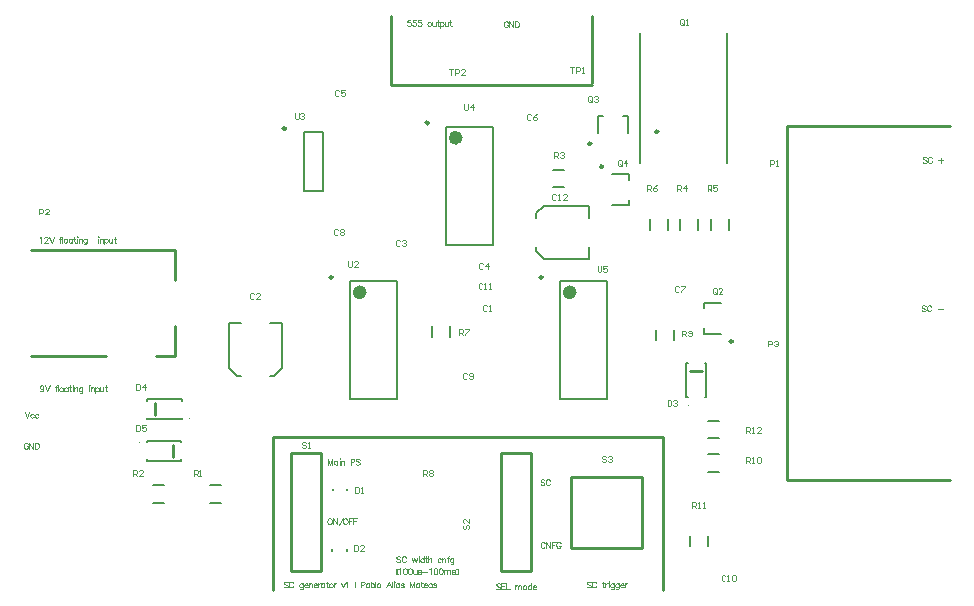
<source format=gto>
G04 Layer_Color=65535*
%FSLAX25Y25*%
%MOIN*%
G70*
G01*
G75*
%ADD36C,0.01000*%
%ADD48C,0.00394*%
%ADD49C,0.02362*%
%ADD50C,0.00984*%
%ADD51C,0.00787*%
D36*
X162500Y8957D02*
X172343D01*
X162500Y48327D02*
X172343D01*
X162500Y8957D02*
Y48327D01*
X172500Y8957D02*
Y48327D01*
X47406Y60964D02*
Y64964D01*
X225658Y75736D02*
X229658D01*
X92716Y48327D02*
X102559D01*
X92716Y8957D02*
X102559D01*
Y48327D01*
X92559Y8957D02*
Y48327D01*
X209528Y16886D02*
Y40508D01*
X185906Y16886D02*
Y40508D01*
X209528D01*
X185906Y16886D02*
X209528D01*
X86614Y2756D02*
Y53839D01*
X216535D01*
Y2756D02*
Y53839D01*
X257874Y39370D02*
X312205D01*
X257874D02*
Y157480D01*
X312205D01*
X125984Y171260D02*
X192913D01*
Y171850D02*
Y194095D01*
X125984Y171260D02*
Y194095D01*
X53394Y47213D02*
Y51213D01*
X6102Y116142D02*
X53839D01*
X6102Y80709D02*
X30807D01*
X53839Y106201D02*
Y116142D01*
Y80709D02*
Y90650D01*
X47736Y80709D02*
X53839D01*
D48*
X59068Y60110D02*
G03*
X59068Y60110I-197J0D01*
G01*
X225000Y64272D02*
G03*
X225000Y64272I-197J0D01*
G01*
X42126Y52067D02*
G03*
X42126Y52067I-197J0D01*
G01*
X129068Y13716D02*
X128881Y13903D01*
X128599Y13997D01*
X128225D01*
X127943Y13903D01*
X127756Y13716D01*
Y13528D01*
X127850Y13341D01*
X127943Y13247D01*
X128131Y13153D01*
X128693Y12966D01*
X128881Y12872D01*
X128974Y12778D01*
X129068Y12591D01*
Y12310D01*
X128881Y12122D01*
X128599Y12029D01*
X128225D01*
X127943Y12122D01*
X127756Y12310D01*
X130914Y13528D02*
X130821Y13716D01*
X130633Y13903D01*
X130446Y13997D01*
X130071D01*
X129883Y13903D01*
X129696Y13716D01*
X129602Y13528D01*
X129508Y13247D01*
Y12778D01*
X129602Y12497D01*
X129696Y12310D01*
X129883Y12122D01*
X130071Y12029D01*
X130446D01*
X130633Y12122D01*
X130821Y12310D01*
X130914Y12497D01*
X133013Y13341D02*
X133388Y12029D01*
X133763Y13341D02*
X133388Y12029D01*
X133763Y13341D02*
X134138Y12029D01*
X134513Y13341D02*
X134138Y12029D01*
X135160Y13997D02*
X135253Y13903D01*
X135347Y13997D01*
X135253Y14091D01*
X135160Y13997D01*
X135253Y13341D02*
Y12029D01*
X136819Y13997D02*
Y12029D01*
Y13060D02*
X136631Y13247D01*
X136444Y13341D01*
X136162D01*
X135975Y13247D01*
X135788Y13060D01*
X135694Y12778D01*
Y12591D01*
X135788Y12310D01*
X135975Y12122D01*
X136162Y12029D01*
X136444D01*
X136631Y12122D01*
X136819Y12310D01*
X137624Y13997D02*
Y12404D01*
X137718Y12122D01*
X137906Y12029D01*
X138093D01*
X137343Y13341D02*
X137999D01*
X138374Y13997D02*
Y12029D01*
Y12966D02*
X138655Y13247D01*
X138843Y13341D01*
X139124D01*
X139311Y13247D01*
X139405Y12966D01*
Y12029D01*
X142592Y13060D02*
X142404Y13247D01*
X142217Y13341D01*
X141936D01*
X141748Y13247D01*
X141561Y13060D01*
X141467Y12778D01*
Y12591D01*
X141561Y12310D01*
X141748Y12122D01*
X141936Y12029D01*
X142217D01*
X142404Y12122D01*
X142592Y12310D01*
X143013Y13341D02*
Y12029D01*
Y12966D02*
X143294Y13247D01*
X143482Y13341D01*
X143763D01*
X143950Y13247D01*
X144044Y12966D01*
Y12029D01*
X145309Y13997D02*
X145122D01*
X144934Y13903D01*
X144841Y13622D01*
Y12029D01*
X144560Y13341D02*
X145216D01*
X146715D02*
Y11841D01*
X146621Y11560D01*
X146528Y11467D01*
X146340Y11373D01*
X146059D01*
X145872Y11467D01*
X146715Y13060D02*
X146528Y13247D01*
X146340Y13341D01*
X146059D01*
X145872Y13247D01*
X145684Y13060D01*
X145590Y12778D01*
Y12591D01*
X145684Y12310D01*
X145872Y12122D01*
X146059Y12029D01*
X146340D01*
X146528Y12122D01*
X146715Y12310D01*
X127756Y9847D02*
Y7972D01*
X127850Y9847D02*
Y7972D01*
X127756Y9847D02*
X128225D01*
X127756Y7972D02*
X128225D01*
X128478Y9659D02*
X128665Y9753D01*
X128946Y10034D01*
Y8066D01*
X130483Y10034D02*
X130202Y9940D01*
X130015Y9659D01*
X129921Y9191D01*
Y8910D01*
X130015Y8441D01*
X130202Y8160D01*
X130483Y8066D01*
X130670D01*
X130952Y8160D01*
X131139Y8441D01*
X131233Y8910D01*
Y9191D01*
X131139Y9659D01*
X130952Y9940D01*
X130670Y10034D01*
X130483D01*
X132236D02*
X131955Y9940D01*
X131767Y9659D01*
X131673Y9191D01*
Y8910D01*
X131767Y8441D01*
X131955Y8160D01*
X132236Y8066D01*
X132423D01*
X132704Y8160D01*
X132892Y8441D01*
X132985Y8910D01*
Y9191D01*
X132892Y9659D01*
X132704Y9940D01*
X132423Y10034D01*
X132236D01*
X133426Y9378D02*
Y8441D01*
X133520Y8160D01*
X133707Y8066D01*
X133988D01*
X134176Y8160D01*
X134457Y8441D01*
Y9378D02*
Y8066D01*
X136003Y9097D02*
X135909Y9285D01*
X135628Y9378D01*
X135347D01*
X135066Y9285D01*
X134972Y9097D01*
X135066Y8910D01*
X135253Y8816D01*
X135722Y8722D01*
X135909Y8629D01*
X136003Y8441D01*
Y8347D01*
X135909Y8160D01*
X135628Y8066D01*
X135347D01*
X135066Y8160D01*
X134972Y8347D01*
X136416Y8910D02*
X138102D01*
X138683Y9659D02*
X138871Y9753D01*
X139152Y10034D01*
Y8066D01*
X140689Y10034D02*
X140408Y9940D01*
X140220Y9659D01*
X140127Y9191D01*
Y8910D01*
X140220Y8441D01*
X140408Y8160D01*
X140689Y8066D01*
X140876D01*
X141158Y8160D01*
X141345Y8441D01*
X141439Y8910D01*
Y9191D01*
X141345Y9659D01*
X141158Y9940D01*
X140876Y10034D01*
X140689D01*
X142441D02*
X142160Y9940D01*
X141973Y9659D01*
X141879Y9191D01*
Y8910D01*
X141973Y8441D01*
X142160Y8160D01*
X142441Y8066D01*
X142629D01*
X142910Y8160D01*
X143098Y8441D01*
X143191Y8910D01*
Y9191D01*
X143098Y9659D01*
X142910Y9940D01*
X142629Y10034D01*
X142441D01*
X143632Y9378D02*
Y8066D01*
Y9003D02*
X143913Y9285D01*
X144100Y9378D01*
X144381D01*
X144569Y9285D01*
X144663Y9003D01*
Y8066D01*
Y9003D02*
X144944Y9285D01*
X145131Y9378D01*
X145412D01*
X145600Y9285D01*
X145694Y9003D01*
Y8066D01*
X147343Y9097D02*
X147249Y9285D01*
X146968Y9378D01*
X146687D01*
X146406Y9285D01*
X146312Y9097D01*
X146406Y8910D01*
X146593Y8816D01*
X147062Y8722D01*
X147249Y8629D01*
X147343Y8441D01*
Y8347D01*
X147249Y8160D01*
X146968Y8066D01*
X146687D01*
X146406Y8160D01*
X146312Y8347D01*
X148130Y9847D02*
Y7972D01*
X148224Y9847D02*
Y7972D01*
X147755Y9847D02*
X148224D01*
X147755Y7972D02*
X148224D01*
X252231Y144000D02*
Y145968D01*
X253215D01*
X253543Y145640D01*
Y144984D01*
X253215Y144656D01*
X252231D01*
X254199Y144000D02*
X254855D01*
X254527D01*
Y145968D01*
X254199Y145640D01*
X41100Y71561D02*
Y69593D01*
X42084D01*
X42412Y69921D01*
Y71232D01*
X42084Y71561D01*
X41100D01*
X44052Y69593D02*
Y71561D01*
X43068Y70577D01*
X44380D01*
X222933Y87303D02*
Y89271D01*
X223917D01*
X224245Y88943D01*
Y88287D01*
X223917Y87959D01*
X222933D01*
X223589D02*
X224245Y87303D01*
X224901Y87631D02*
X225229Y87303D01*
X225885D01*
X226213Y87631D01*
Y88943D01*
X225885Y89271D01*
X225229D01*
X224901Y88943D01*
Y88615D01*
X225229Y88287D01*
X226213D01*
X150179Y24312D02*
X149851Y23984D01*
Y23328D01*
X150179Y23000D01*
X150507D01*
X150835Y23328D01*
Y23984D01*
X151163Y24312D01*
X151491D01*
X151819Y23984D01*
Y23328D01*
X151491Y23000D01*
X151819Y26280D02*
Y24968D01*
X150507Y26280D01*
X150179D01*
X149851Y25952D01*
Y25296D01*
X150179Y24968D01*
X97473Y51837D02*
X97145Y52165D01*
X96489D01*
X96161Y51837D01*
Y51509D01*
X96489Y51181D01*
X97145D01*
X97473Y50853D01*
Y50525D01*
X97145Y50197D01*
X96489D01*
X96161Y50525D01*
X98129Y50197D02*
X98785D01*
X98457D01*
Y52165D01*
X98129Y51837D01*
X194783Y110826D02*
Y109186D01*
X195111Y108858D01*
X195767D01*
X196095Y109186D01*
Y110826D01*
X198063D02*
X196751D01*
Y109842D01*
X197407Y110170D01*
X197735D01*
X198063Y109842D01*
Y109186D01*
X197735Y108858D01*
X197079D01*
X196751Y109186D01*
X150394Y164665D02*
Y163025D01*
X150722Y162697D01*
X151378D01*
X151706Y163025D01*
Y164665D01*
X153346Y162697D02*
Y164665D01*
X152362Y163681D01*
X153674D01*
X93799Y161810D02*
Y160170D01*
X94127Y159843D01*
X94783D01*
X95111Y160170D01*
Y161810D01*
X95767Y161482D02*
X96095Y161810D01*
X96751D01*
X97079Y161482D01*
Y161154D01*
X96751Y160826D01*
X96423D01*
X96751D01*
X97079Y160498D01*
Y160170D01*
X96751Y159843D01*
X96095D01*
X95767Y160170D01*
X111713Y112302D02*
Y110663D01*
X112041Y110335D01*
X112697D01*
X113024Y110663D01*
Y112302D01*
X114992Y110335D02*
X113681D01*
X114992Y111647D01*
Y111975D01*
X114664Y112302D01*
X114008D01*
X113681Y111975D01*
X197572Y47211D02*
X197244Y47539D01*
X196588D01*
X196260Y47211D01*
Y46883D01*
X196588Y46555D01*
X197244D01*
X197572Y46227D01*
Y45899D01*
X197244Y45571D01*
X196588D01*
X196260Y45899D01*
X198228Y47211D02*
X198556Y47539D01*
X199212D01*
X199540Y47211D01*
Y46883D01*
X199212Y46555D01*
X198884D01*
X199212D01*
X199540Y46227D01*
Y45899D01*
X199212Y45571D01*
X198556D01*
X198228Y45899D01*
X244291Y55118D02*
Y57086D01*
X245275D01*
X245603Y56758D01*
Y56102D01*
X245275Y55774D01*
X244291D01*
X244947D02*
X245603Y55118D01*
X246259D02*
X246915D01*
X246587D01*
Y57086D01*
X246259Y56758D01*
X249211Y55118D02*
X247899D01*
X249211Y56430D01*
Y56758D01*
X248883Y57086D01*
X248227D01*
X247899Y56758D01*
X226378Y30118D02*
Y32086D01*
X227362D01*
X227690Y31758D01*
Y31102D01*
X227362Y30774D01*
X226378D01*
X227034D02*
X227690Y30118D01*
X228346D02*
X229002D01*
X228674D01*
Y32086D01*
X228346Y31758D01*
X229986Y30118D02*
X230642D01*
X230314D01*
Y32086D01*
X229986Y31758D01*
X244335Y45161D02*
Y47129D01*
X245319D01*
X245647Y46801D01*
Y46145D01*
X245319Y45817D01*
X244335D01*
X244991D02*
X245647Y45161D01*
X246303D02*
X246958D01*
X246631D01*
Y47129D01*
X246303Y46801D01*
X247942D02*
X248270Y47129D01*
X248926D01*
X249254Y46801D01*
Y45489D01*
X248926Y45161D01*
X248270D01*
X247942Y45489D01*
Y46801D01*
X136508Y40803D02*
Y42771D01*
X137492D01*
X137820Y42443D01*
Y41787D01*
X137492Y41459D01*
X136508D01*
X137164D02*
X137820Y40803D01*
X138476Y42443D02*
X138804Y42771D01*
X139460D01*
X139788Y42443D01*
Y42115D01*
X139460Y41787D01*
X139788Y41459D01*
Y41131D01*
X139460Y40803D01*
X138804D01*
X138476Y41131D01*
Y41459D01*
X138804Y41787D01*
X138476Y42115D01*
Y42443D01*
X138804Y41787D02*
X139460D01*
X148524Y87894D02*
Y89862D01*
X149507D01*
X149836Y89534D01*
Y88878D01*
X149507Y88550D01*
X148524D01*
X149180D02*
X149836Y87894D01*
X150491Y89862D02*
X151803D01*
Y89534D01*
X150491Y88222D01*
Y87894D01*
X180217Y146654D02*
Y148621D01*
X181201D01*
X181528Y148293D01*
Y147637D01*
X181201Y147310D01*
X180217D01*
X180872D02*
X181528Y146654D01*
X182184Y148293D02*
X182512Y148621D01*
X183168D01*
X183496Y148293D01*
Y147966D01*
X183168Y147637D01*
X182840D01*
X183168D01*
X183496Y147310D01*
Y146982D01*
X183168Y146654D01*
X182512D01*
X182184Y146982D01*
X40059Y40945D02*
Y42913D01*
X41043D01*
X41371Y42585D01*
Y41929D01*
X41043Y41601D01*
X40059D01*
X40715D02*
X41371Y40945D01*
X43339D02*
X42027D01*
X43339Y42257D01*
Y42585D01*
X43011Y42913D01*
X42355D01*
X42027Y42585D01*
X60138Y40748D02*
Y42716D01*
X61122D01*
X61450Y42388D01*
Y41732D01*
X61122Y41404D01*
X60138D01*
X60794D02*
X61450Y40748D01*
X62106D02*
X62762D01*
X62434D01*
Y42716D01*
X62106Y42388D01*
X234456Y101935D02*
Y103247D01*
X234128Y103575D01*
X233472D01*
X233144Y103247D01*
Y101935D01*
X233472Y101607D01*
X234128D01*
X233800Y102263D02*
X234456Y101607D01*
X234128D02*
X234456Y101935D01*
X236424Y101607D02*
X235112D01*
X236424Y102919D01*
Y103247D01*
X236096Y103575D01*
X235440D01*
X235112Y103247D01*
X223535Y191550D02*
Y192862D01*
X223207Y193190D01*
X222552D01*
X222224Y192862D01*
Y191550D01*
X222552Y191222D01*
X223207D01*
X222880Y191878D02*
X223535Y191222D01*
X223207D02*
X223535Y191550D01*
X224191Y191222D02*
X224847D01*
X224519D01*
Y193190D01*
X224191Y192862D01*
X251575Y83957D02*
Y85925D01*
X252559D01*
X252887Y85597D01*
Y84941D01*
X252559Y84613D01*
X251575D01*
X253543Y85597D02*
X253871Y85925D01*
X254527D01*
X254855Y85597D01*
Y85269D01*
X254527Y84941D01*
X254199D01*
X254527D01*
X254855Y84613D01*
Y84285D01*
X254527Y83957D01*
X253871D01*
X253543Y84285D01*
X218110Y66043D02*
Y64075D01*
X219094D01*
X219422Y64403D01*
Y65715D01*
X219094Y66043D01*
X218110D01*
X220078Y65715D02*
X220406Y66043D01*
X221062D01*
X221390Y65715D01*
Y65387D01*
X221062Y65059D01*
X220734D01*
X221062D01*
X221390Y64731D01*
Y64403D01*
X221062Y64075D01*
X220406D01*
X220078Y64403D01*
X113583Y17617D02*
Y15650D01*
X114567D01*
X114895Y15978D01*
Y17289D01*
X114567Y17617D01*
X113583D01*
X116862Y15650D02*
X115551D01*
X116862Y16962D01*
Y17289D01*
X116534Y17617D01*
X115879D01*
X115551Y17289D01*
X113878Y37204D02*
Y35236D01*
X114862D01*
X115190Y35564D01*
Y36876D01*
X114862Y37204D01*
X113878D01*
X115846Y35236D02*
X116502D01*
X116174D01*
Y37204D01*
X115846Y36876D01*
X156430Y104691D02*
X156102Y105019D01*
X155446D01*
X155118Y104691D01*
Y103379D01*
X155446Y103051D01*
X156102D01*
X156430Y103379D01*
X157086Y103051D02*
X157742D01*
X157414D01*
Y105019D01*
X157086Y104691D01*
X158726Y103051D02*
X159382D01*
X159054D01*
Y105019D01*
X158726Y104691D01*
X237434Y7545D02*
X237106Y7873D01*
X236450D01*
X236122Y7545D01*
Y6233D01*
X236450Y5906D01*
X237106D01*
X237434Y6233D01*
X238090Y5906D02*
X238746D01*
X238418D01*
Y7873D01*
X238090Y7545D01*
X239730D02*
X240058Y7873D01*
X240714D01*
X241042Y7545D01*
Y6233D01*
X240714Y5906D01*
X240058D01*
X239730Y6233D01*
Y7545D01*
X151410Y74671D02*
X151082Y74999D01*
X150426D01*
X150098Y74671D01*
Y73360D01*
X150426Y73032D01*
X151082D01*
X151410Y73360D01*
X152066D02*
X152394Y73032D01*
X153050D01*
X153378Y73360D01*
Y74671D01*
X153050Y74999D01*
X152394D01*
X152066Y74671D01*
Y74343D01*
X152394Y74015D01*
X153378D01*
X108300Y122801D02*
X107972Y123129D01*
X107316D01*
X106988Y122801D01*
Y121489D01*
X107316Y121161D01*
X107972D01*
X108300Y121489D01*
X108956Y122801D02*
X109284Y123129D01*
X109940D01*
X110268Y122801D01*
Y122473D01*
X109940Y122145D01*
X110268Y121817D01*
Y121489D01*
X109940Y121161D01*
X109284D01*
X108956Y121489D01*
Y121817D01*
X109284Y122145D01*
X108956Y122473D01*
Y122801D01*
X109284Y122145D02*
X109940D01*
X221981Y103707D02*
X221653Y104035D01*
X220997D01*
X220669Y103707D01*
Y102395D01*
X220997Y102067D01*
X221653D01*
X221981Y102395D01*
X222637Y104035D02*
X223949D01*
Y103707D01*
X222637Y102395D01*
Y102067D01*
X172645Y161212D02*
X172317Y161539D01*
X171661D01*
X171333Y161212D01*
Y159900D01*
X171661Y159572D01*
X172317D01*
X172645Y159900D01*
X174613Y161539D02*
X173957Y161212D01*
X173301Y160556D01*
Y159900D01*
X173629Y159572D01*
X174285D01*
X174613Y159900D01*
Y160228D01*
X174285Y160556D01*
X173301D01*
X108712Y169240D02*
X108384Y169568D01*
X107728D01*
X107400Y169240D01*
Y167928D01*
X107728Y167600D01*
X108384D01*
X108712Y167928D01*
X110680Y169568D02*
X109368D01*
Y168584D01*
X110024Y168912D01*
X110352D01*
X110680Y168584D01*
Y167928D01*
X110352Y167600D01*
X109696D01*
X109368Y167928D01*
X129068Y118963D02*
X128740Y119291D01*
X128084D01*
X127756Y118963D01*
Y117651D01*
X128084Y117323D01*
X128740D01*
X129068Y117651D01*
X129724Y118963D02*
X130052Y119291D01*
X130708D01*
X131036Y118963D01*
Y118635D01*
X130708Y118307D01*
X130380D01*
X130708D01*
X131036Y117979D01*
Y117651D01*
X130708Y117323D01*
X130052D01*
X129724Y117651D01*
X80151Y101541D02*
X79822Y101869D01*
X79167D01*
X78839Y101541D01*
Y100230D01*
X79167Y99902D01*
X79822D01*
X80151Y100230D01*
X82118Y99902D02*
X80806D01*
X82118Y101214D01*
Y101541D01*
X81790Y101869D01*
X81134D01*
X80806Y101541D01*
X185728Y176968D02*
X187040D01*
X186384D01*
Y175000D01*
X187696D02*
Y176968D01*
X188680D01*
X189008Y176640D01*
Y175984D01*
X188680Y175656D01*
X187696D01*
X189664Y175000D02*
X190320D01*
X189992D01*
Y176968D01*
X189664Y176640D01*
X145374Y176377D02*
X146686D01*
X146030D01*
Y174409D01*
X147342D02*
Y176377D01*
X148326D01*
X148654Y176049D01*
Y175393D01*
X148326Y175065D01*
X147342D01*
X150622Y174409D02*
X149310D01*
X150622Y175721D01*
Y176049D01*
X150294Y176377D01*
X149638D01*
X149310Y176049D01*
X157906Y97506D02*
X157578Y97834D01*
X156922D01*
X156595Y97506D01*
Y96194D01*
X156922Y95866D01*
X157578D01*
X157906Y96194D01*
X158562Y95866D02*
X159218D01*
X158890D01*
Y97834D01*
X158562Y97506D01*
X156528Y111384D02*
X156201Y111712D01*
X155544D01*
X155217Y111384D01*
Y110072D01*
X155544Y109744D01*
X156201D01*
X156528Y110072D01*
X158168Y109744D02*
Y111712D01*
X157184Y110728D01*
X158496D01*
X41064Y57774D02*
Y55806D01*
X42048D01*
X42376Y56134D01*
Y57446D01*
X42048Y57774D01*
X41064D01*
X44344D02*
X43031D01*
Y56790D01*
X43687Y57118D01*
X44015D01*
X44344Y56790D01*
Y56134D01*
X44015Y55806D01*
X43360D01*
X43031Y56134D01*
X8760Y127953D02*
Y129921D01*
X9744D01*
X10072Y129593D01*
Y128937D01*
X9744Y128609D01*
X8760D01*
X12040Y127953D02*
X10728D01*
X12040Y129265D01*
Y129593D01*
X11712Y129921D01*
X11056D01*
X10728Y129593D01*
X180840Y134415D02*
X180511Y134743D01*
X179856D01*
X179528Y134415D01*
Y133104D01*
X179856Y132776D01*
X180511D01*
X180840Y133104D01*
X181495Y132776D02*
X182151D01*
X181823D01*
Y134743D01*
X181495Y134415D01*
X184447Y132776D02*
X183135D01*
X184447Y134088D01*
Y134415D01*
X184119Y134743D01*
X183463D01*
X183135Y134415D01*
X192913Y165811D02*
Y167123D01*
X192586Y167451D01*
X191929D01*
X191602Y167123D01*
Y165811D01*
X191929Y165483D01*
X192586D01*
X192257Y166139D02*
X192913Y165483D01*
X192586D02*
X192913Y165811D01*
X193569Y167123D02*
X193897Y167451D01*
X194553D01*
X194881Y167123D01*
Y166795D01*
X194553Y166467D01*
X194225D01*
X194553D01*
X194881Y166139D01*
Y165811D01*
X194553Y165483D01*
X193897D01*
X193569Y165811D01*
X202788Y144324D02*
Y145636D01*
X202460Y145964D01*
X201804D01*
X201476Y145636D01*
Y144324D01*
X201804Y143996D01*
X202460D01*
X202132Y144652D02*
X202788Y143996D01*
X202460D02*
X202788Y144324D01*
X204428Y143996D02*
Y145964D01*
X203444Y144980D01*
X204756D01*
X221300Y135805D02*
Y137773D01*
X222284D01*
X222612Y137445D01*
Y136789D01*
X222284Y136461D01*
X221300D01*
X221956D02*
X222612Y135805D01*
X224252D02*
Y137773D01*
X223268Y136789D01*
X224580D01*
X231461Y135797D02*
Y137765D01*
X232445D01*
X232773Y137437D01*
Y136781D01*
X232445Y136453D01*
X231461D01*
X232117D02*
X232773Y135797D01*
X234741Y137765D02*
X233429D01*
Y136781D01*
X234085Y137109D01*
X234413D01*
X234741Y136781D01*
Y136125D01*
X234413Y135797D01*
X233757D01*
X233429Y136125D01*
X211264Y135803D02*
Y137771D01*
X212248D01*
X212576Y137443D01*
Y136787D01*
X212248Y136459D01*
X211264D01*
X211920D02*
X212576Y135803D01*
X214544Y137771D02*
X213888Y137443D01*
X213232Y136787D01*
Y136131D01*
X213560Y135803D01*
X214216D01*
X214544Y136131D01*
Y136459D01*
X214216Y136787D01*
X213232D01*
X177100Y39384D02*
X176912Y39571D01*
X176631Y39665D01*
X176256D01*
X175975Y39571D01*
X175787Y39384D01*
Y39196D01*
X175881Y39009D01*
X175975Y38915D01*
X176162Y38821D01*
X176725Y38634D01*
X176912Y38540D01*
X177006Y38447D01*
X177100Y38259D01*
Y37978D01*
X176912Y37791D01*
X176631Y37697D01*
X176256D01*
X175975Y37791D01*
X175787Y37978D01*
X178946Y39196D02*
X178852Y39384D01*
X178665Y39571D01*
X178477Y39665D01*
X178102D01*
X177915Y39571D01*
X177727Y39384D01*
X177634Y39196D01*
X177540Y38915D01*
Y38447D01*
X177634Y38165D01*
X177727Y37978D01*
X177915Y37791D01*
X178102Y37697D01*
X178477D01*
X178665Y37791D01*
X178852Y37978D01*
X178946Y38165D01*
X177193Y18330D02*
X177100Y18518D01*
X176912Y18705D01*
X176725Y18799D01*
X176350D01*
X176162Y18705D01*
X175975Y18518D01*
X175881Y18330D01*
X175787Y18049D01*
Y17580D01*
X175881Y17299D01*
X175975Y17112D01*
X176162Y16924D01*
X176350Y16831D01*
X176725D01*
X176912Y16924D01*
X177100Y17112D01*
X177193Y17299D01*
X177746Y18799D02*
Y16831D01*
Y18799D02*
X179058Y16831D01*
Y18799D02*
Y16831D01*
X179602Y18799D02*
Y16831D01*
Y18799D02*
X180820D01*
X179602Y17862D02*
X180351D01*
X182451Y18330D02*
X182357Y18518D01*
X182170Y18705D01*
X181982Y18799D01*
X181607D01*
X181420Y18705D01*
X181232Y18518D01*
X181139Y18330D01*
X181045Y18049D01*
Y17580D01*
X181139Y17299D01*
X181232Y17112D01*
X181420Y16924D01*
X181607Y16831D01*
X181982D01*
X182170Y16924D01*
X182357Y17112D01*
X182451Y17299D01*
Y17580D01*
X181982D02*
X182451D01*
X91470Y5329D02*
X91282Y5516D01*
X91001Y5610D01*
X90626D01*
X90345Y5516D01*
X90158Y5329D01*
Y5141D01*
X90251Y4954D01*
X90345Y4860D01*
X90532Y4766D01*
X91095Y4579D01*
X91282Y4485D01*
X91376Y4391D01*
X91470Y4204D01*
Y3923D01*
X91282Y3735D01*
X91001Y3642D01*
X90626D01*
X90345Y3735D01*
X90158Y3923D01*
X93316Y5141D02*
X93222Y5329D01*
X93035Y5516D01*
X92847Y5610D01*
X92472D01*
X92285Y5516D01*
X92098Y5329D01*
X92004Y5141D01*
X91910Y4860D01*
Y4391D01*
X92004Y4110D01*
X92098Y3923D01*
X92285Y3735D01*
X92472Y3642D01*
X92847D01*
X93035Y3735D01*
X93222Y3923D01*
X93316Y4110D01*
X96540Y4954D02*
Y3454D01*
X96446Y3173D01*
X96352Y3079D01*
X96165Y2986D01*
X95884D01*
X95696Y3079D01*
X96540Y4673D02*
X96352Y4860D01*
X96165Y4954D01*
X95884D01*
X95696Y4860D01*
X95509Y4673D01*
X95415Y4391D01*
Y4204D01*
X95509Y3923D01*
X95696Y3735D01*
X95884Y3642D01*
X96165D01*
X96352Y3735D01*
X96540Y3923D01*
X97065Y4391D02*
X98189D01*
Y4579D01*
X98095Y4766D01*
X98002Y4860D01*
X97814Y4954D01*
X97533D01*
X97346Y4860D01*
X97158Y4673D01*
X97065Y4391D01*
Y4204D01*
X97158Y3923D01*
X97346Y3735D01*
X97533Y3642D01*
X97814D01*
X98002Y3735D01*
X98189Y3923D01*
X98611Y4954D02*
Y3642D01*
Y4579D02*
X98892Y4860D01*
X99079Y4954D01*
X99361D01*
X99548Y4860D01*
X99642Y4579D01*
Y3642D01*
X100157Y4391D02*
X101282D01*
Y4579D01*
X101188Y4766D01*
X101094Y4860D01*
X100907Y4954D01*
X100626D01*
X100438Y4860D01*
X100251Y4673D01*
X100157Y4391D01*
Y4204D01*
X100251Y3923D01*
X100438Y3735D01*
X100626Y3642D01*
X100907D01*
X101094Y3735D01*
X101282Y3923D01*
X101704Y4954D02*
Y3642D01*
Y4391D02*
X101797Y4673D01*
X101985Y4860D01*
X102172Y4954D01*
X102453D01*
X103756D02*
Y3642D01*
Y4673D02*
X103569Y4860D01*
X103381Y4954D01*
X103100D01*
X102912Y4860D01*
X102725Y4673D01*
X102631Y4391D01*
Y4204D01*
X102725Y3923D01*
X102912Y3735D01*
X103100Y3642D01*
X103381D01*
X103569Y3735D01*
X103756Y3923D01*
X104562Y5610D02*
Y4017D01*
X104656Y3735D01*
X104843Y3642D01*
X105031D01*
X104281Y4954D02*
X104937D01*
X105780D02*
X105593Y4860D01*
X105405Y4673D01*
X105312Y4391D01*
Y4204D01*
X105405Y3923D01*
X105593Y3735D01*
X105780Y3642D01*
X106061D01*
X106249Y3735D01*
X106436Y3923D01*
X106530Y4204D01*
Y4391D01*
X106436Y4673D01*
X106249Y4860D01*
X106061Y4954D01*
X105780D01*
X106961D02*
Y3642D01*
Y4391D02*
X107055Y4673D01*
X107242Y4860D01*
X107430Y4954D01*
X107711D01*
X109435D02*
X109998Y3642D01*
X110560Y4954D02*
X109998Y3642D01*
X110879Y5235D02*
X111066Y5329D01*
X111347Y5610D01*
Y3642D01*
X113868Y5610D02*
Y3642D01*
X115827Y4579D02*
X116670D01*
X116952Y4673D01*
X117045Y4766D01*
X117139Y4954D01*
Y5235D01*
X117045Y5422D01*
X116952Y5516D01*
X116670Y5610D01*
X115827D01*
Y3642D01*
X118704Y4954D02*
Y3642D01*
Y4673D02*
X118517Y4860D01*
X118329Y4954D01*
X118048D01*
X117861Y4860D01*
X117673Y4673D01*
X117579Y4391D01*
Y4204D01*
X117673Y3923D01*
X117861Y3735D01*
X118048Y3642D01*
X118329D01*
X118517Y3735D01*
X118704Y3923D01*
X119229Y5610D02*
Y3642D01*
Y4673D02*
X119416Y4860D01*
X119604Y4954D01*
X119885D01*
X120072Y4860D01*
X120260Y4673D01*
X120353Y4391D01*
Y4204D01*
X120260Y3923D01*
X120072Y3735D01*
X119885Y3642D01*
X119604D01*
X119416Y3735D01*
X119229Y3923D01*
X120775Y5610D02*
Y3642D01*
X121656Y4954D02*
X121469Y4860D01*
X121281Y4673D01*
X121188Y4391D01*
Y4204D01*
X121281Y3923D01*
X121469Y3735D01*
X121656Y3642D01*
X121937D01*
X122125Y3735D01*
X122312Y3923D01*
X122406Y4204D01*
Y4391D01*
X122312Y4673D01*
X122125Y4860D01*
X121937Y4954D01*
X121656D01*
X125883Y3642D02*
X125133Y5610D01*
X124383Y3642D01*
X124664Y4298D02*
X125602D01*
X126342Y5610D02*
Y3642D01*
X126942Y5610D02*
X127036Y5516D01*
X127129Y5610D01*
X127036Y5703D01*
X126942Y5610D01*
X127036Y4954D02*
Y3642D01*
X128601Y4954D02*
Y3642D01*
Y4673D02*
X128413Y4860D01*
X128226Y4954D01*
X127945D01*
X127757Y4860D01*
X127570Y4673D01*
X127476Y4391D01*
Y4204D01*
X127570Y3923D01*
X127757Y3735D01*
X127945Y3642D01*
X128226D01*
X128413Y3735D01*
X128601Y3923D01*
X130156Y4673D02*
X130063Y4860D01*
X129781Y4954D01*
X129500D01*
X129219Y4860D01*
X129125Y4673D01*
X129219Y4485D01*
X129407Y4391D01*
X129875Y4298D01*
X130063Y4204D01*
X130156Y4017D01*
Y3923D01*
X130063Y3735D01*
X129781Y3642D01*
X129500D01*
X129219Y3735D01*
X129125Y3923D01*
X132115Y5610D02*
Y3642D01*
Y5610D02*
X132865Y3642D01*
X133615Y5610D02*
X132865Y3642D01*
X133615Y5610D02*
Y3642D01*
X135301Y4954D02*
Y3642D01*
Y4673D02*
X135114Y4860D01*
X134927Y4954D01*
X134645D01*
X134458Y4860D01*
X134271Y4673D01*
X134177Y4391D01*
Y4204D01*
X134271Y3923D01*
X134458Y3735D01*
X134645Y3642D01*
X134927D01*
X135114Y3735D01*
X135301Y3923D01*
X136108Y5610D02*
Y4017D01*
X136201Y3735D01*
X136389Y3642D01*
X136576D01*
X135826Y4954D02*
X136482D01*
X136857Y4391D02*
X137982D01*
Y4579D01*
X137888Y4766D01*
X137794Y4860D01*
X137607Y4954D01*
X137326D01*
X137138Y4860D01*
X136951Y4673D01*
X136857Y4391D01*
Y4204D01*
X136951Y3923D01*
X137138Y3735D01*
X137326Y3642D01*
X137607D01*
X137794Y3735D01*
X137982Y3923D01*
X138872Y4954D02*
X138685Y4860D01*
X138497Y4673D01*
X138404Y4391D01*
Y4204D01*
X138497Y3923D01*
X138685Y3735D01*
X138872Y3642D01*
X139153D01*
X139341Y3735D01*
X139528Y3923D01*
X139622Y4204D01*
Y4391D01*
X139528Y4673D01*
X139341Y4860D01*
X139153Y4954D01*
X138872D01*
X141084Y4673D02*
X140990Y4860D01*
X140709Y4954D01*
X140428D01*
X140147Y4860D01*
X140053Y4673D01*
X140147Y4485D01*
X140334Y4391D01*
X140803Y4298D01*
X140990Y4204D01*
X141084Y4017D01*
Y3923D01*
X140990Y3735D01*
X140709Y3642D01*
X140428D01*
X140147Y3735D01*
X140053Y3923D01*
X104921Y46555D02*
Y44587D01*
Y46555D02*
X105671Y44587D01*
X106421Y46555D02*
X105671Y44587D01*
X106421Y46555D02*
Y44587D01*
X108108Y45899D02*
Y44587D01*
Y45617D02*
X107920Y45805D01*
X107733Y45899D01*
X107452D01*
X107264Y45805D01*
X107077Y45617D01*
X106983Y45336D01*
Y45149D01*
X107077Y44868D01*
X107264Y44680D01*
X107452Y44587D01*
X107733D01*
X107920Y44680D01*
X108108Y44868D01*
X108820Y46555D02*
X108914Y46461D01*
X109007Y46555D01*
X108914Y46648D01*
X108820Y46555D01*
X108914Y45899D02*
Y44587D01*
X109354Y45899D02*
Y44587D01*
Y45524D02*
X109635Y45805D01*
X109823Y45899D01*
X110104D01*
X110291Y45805D01*
X110385Y45524D01*
Y44587D01*
X112447Y45524D02*
X113290D01*
X113572Y45617D01*
X113665Y45711D01*
X113759Y45899D01*
Y46180D01*
X113665Y46367D01*
X113572Y46461D01*
X113290Y46555D01*
X112447D01*
Y44587D01*
X115511Y46273D02*
X115324Y46461D01*
X115043Y46555D01*
X114668D01*
X114387Y46461D01*
X114199Y46273D01*
Y46086D01*
X114293Y45899D01*
X114387Y45805D01*
X114574Y45711D01*
X115137Y45524D01*
X115324Y45430D01*
X115418Y45336D01*
X115511Y45149D01*
Y44868D01*
X115324Y44680D01*
X115043Y44587D01*
X114668D01*
X114387Y44680D01*
X114199Y44868D01*
X105287Y26673D02*
X105099Y26579D01*
X104912Y26392D01*
X104818Y26204D01*
X104724Y25923D01*
Y25455D01*
X104818Y25173D01*
X104912Y24986D01*
X105099Y24798D01*
X105287Y24705D01*
X105662D01*
X105849Y24798D01*
X106036Y24986D01*
X106130Y25173D01*
X106224Y25455D01*
Y25923D01*
X106130Y26204D01*
X106036Y26392D01*
X105849Y26579D01*
X105662Y26673D01*
X105287D01*
X106683D02*
Y24705D01*
Y26673D02*
X107995Y24705D01*
Y26673D02*
Y24705D01*
X108539Y24424D02*
X109851Y26673D01*
X110544D02*
X110357Y26579D01*
X110169Y26392D01*
X110076Y26204D01*
X109982Y25923D01*
Y25455D01*
X110076Y25173D01*
X110169Y24986D01*
X110357Y24798D01*
X110544Y24705D01*
X110919D01*
X111107Y24798D01*
X111294Y24986D01*
X111388Y25173D01*
X111481Y25455D01*
Y25923D01*
X111388Y26204D01*
X111294Y26392D01*
X111107Y26579D01*
X110919Y26673D01*
X110544D01*
X111941D02*
Y24705D01*
Y26673D02*
X113159D01*
X111941Y25736D02*
X112690D01*
X113384Y26673D02*
Y24705D01*
Y26673D02*
X114602D01*
X113384Y25736D02*
X114134D01*
X192454Y5329D02*
X192266Y5516D01*
X191985Y5610D01*
X191610D01*
X191329Y5516D01*
X191142Y5329D01*
Y5141D01*
X191235Y4954D01*
X191329Y4860D01*
X191517Y4766D01*
X192079Y4579D01*
X192266Y4485D01*
X192360Y4391D01*
X192454Y4204D01*
Y3923D01*
X192266Y3735D01*
X191985Y3642D01*
X191610D01*
X191329Y3735D01*
X191142Y3923D01*
X194300Y5141D02*
X194206Y5329D01*
X194019Y5516D01*
X193831Y5610D01*
X193457D01*
X193269Y5516D01*
X193082Y5329D01*
X192988Y5141D01*
X192894Y4860D01*
Y4391D01*
X192988Y4110D01*
X193082Y3923D01*
X193269Y3735D01*
X193457Y3642D01*
X193831D01*
X194019Y3735D01*
X194206Y3923D01*
X194300Y4110D01*
X196680Y5610D02*
Y4017D01*
X196774Y3735D01*
X196962Y3642D01*
X197149D01*
X196399Y4954D02*
X197055D01*
X197430D02*
Y3642D01*
Y4391D02*
X197524Y4673D01*
X197711Y4860D01*
X197899Y4954D01*
X198180D01*
X198546Y5610D02*
X198639Y5516D01*
X198733Y5610D01*
X198639Y5703D01*
X198546Y5610D01*
X198639Y4954D02*
Y3642D01*
X200204Y4954D02*
Y3454D01*
X200111Y3173D01*
X200017Y3079D01*
X199829Y2986D01*
X199548D01*
X199361Y3079D01*
X200204Y4673D02*
X200017Y4860D01*
X199829Y4954D01*
X199548D01*
X199361Y4860D01*
X199173Y4673D01*
X199080Y4391D01*
Y4204D01*
X199173Y3923D01*
X199361Y3735D01*
X199548Y3642D01*
X199829D01*
X200017Y3735D01*
X200204Y3923D01*
X201854Y4954D02*
Y3454D01*
X201760Y3173D01*
X201666Y3079D01*
X201479Y2986D01*
X201198D01*
X201010Y3079D01*
X201854Y4673D02*
X201666Y4860D01*
X201479Y4954D01*
X201198D01*
X201010Y4860D01*
X200823Y4673D01*
X200729Y4391D01*
Y4204D01*
X200823Y3923D01*
X201010Y3735D01*
X201198Y3642D01*
X201479D01*
X201666Y3735D01*
X201854Y3923D01*
X202379Y4391D02*
X203503D01*
Y4579D01*
X203409Y4766D01*
X203316Y4860D01*
X203128Y4954D01*
X202847D01*
X202660Y4860D01*
X202472Y4673D01*
X202379Y4391D01*
Y4204D01*
X202472Y3923D01*
X202660Y3735D01*
X202847Y3642D01*
X203128D01*
X203316Y3735D01*
X203503Y3923D01*
X203925Y4954D02*
Y3642D01*
Y4391D02*
X204019Y4673D01*
X204206Y4860D01*
X204394Y4954D01*
X204675D01*
X162336Y4673D02*
X162148Y4860D01*
X161867Y4954D01*
X161492D01*
X161211Y4860D01*
X161024Y4673D01*
Y4485D01*
X161117Y4298D01*
X161211Y4204D01*
X161398Y4110D01*
X161961Y3923D01*
X162148Y3829D01*
X162242Y3735D01*
X162336Y3548D01*
Y3267D01*
X162148Y3079D01*
X161867Y2986D01*
X161492D01*
X161211Y3079D01*
X161024Y3267D01*
X163995Y4954D02*
X162776D01*
Y2986D01*
X163995D01*
X162776Y4017D02*
X163526D01*
X164322Y4954D02*
Y2986D01*
X165447D01*
X167209Y4298D02*
Y2986D01*
Y3923D02*
X167490Y4204D01*
X167678Y4298D01*
X167959D01*
X168146Y4204D01*
X168240Y3923D01*
Y2986D01*
Y3923D02*
X168521Y4204D01*
X168709Y4298D01*
X168990D01*
X169177Y4204D01*
X169271Y3923D01*
Y2986D01*
X170358Y4298D02*
X170170Y4204D01*
X169983Y4017D01*
X169889Y3735D01*
Y3548D01*
X169983Y3267D01*
X170170Y3079D01*
X170358Y2986D01*
X170639D01*
X170826Y3079D01*
X171014Y3267D01*
X171108Y3548D01*
Y3735D01*
X171014Y4017D01*
X170826Y4204D01*
X170639Y4298D01*
X170358D01*
X172663Y4954D02*
Y2986D01*
Y4017D02*
X172476Y4204D01*
X172289Y4298D01*
X172007D01*
X171820Y4204D01*
X171633Y4017D01*
X171539Y3735D01*
Y3548D01*
X171633Y3267D01*
X171820Y3079D01*
X172007Y2986D01*
X172289D01*
X172476Y3079D01*
X172663Y3267D01*
X173188Y3735D02*
X174313D01*
Y3923D01*
X174219Y4110D01*
X174125Y4204D01*
X173938Y4298D01*
X173657D01*
X173469Y4204D01*
X173282Y4017D01*
X173188Y3735D01*
Y3548D01*
X173282Y3267D01*
X173469Y3079D01*
X173657Y2986D01*
X173938D01*
X174125Y3079D01*
X174313Y3267D01*
X164988Y191854D02*
X164895Y192041D01*
X164707Y192229D01*
X164520Y192322D01*
X164145D01*
X163958Y192229D01*
X163770Y192041D01*
X163676Y191854D01*
X163583Y191573D01*
Y191104D01*
X163676Y190823D01*
X163770Y190636D01*
X163958Y190448D01*
X164145Y190354D01*
X164520D01*
X164707Y190448D01*
X164895Y190636D01*
X164988Y190823D01*
Y191104D01*
X164520D02*
X164988D01*
X165438Y192322D02*
Y190354D01*
Y192322D02*
X166750Y190354D01*
Y192322D02*
Y190354D01*
X167294Y192322D02*
Y190354D01*
Y192322D02*
X167950D01*
X168231Y192229D01*
X168419Y192041D01*
X168512Y191854D01*
X168606Y191573D01*
Y191104D01*
X168512Y190823D01*
X168419Y190636D01*
X168231Y190448D01*
X167950Y190354D01*
X167294D01*
X132424Y192815D02*
X131487D01*
X131393Y191971D01*
X131487Y192065D01*
X131768Y192158D01*
X132049D01*
X132330Y192065D01*
X132518Y191877D01*
X132611Y191596D01*
Y191409D01*
X132518Y191128D01*
X132330Y190940D01*
X132049Y190847D01*
X131768D01*
X131487Y190940D01*
X131393Y191034D01*
X131299Y191221D01*
X134176Y192815D02*
X133239D01*
X133145Y191971D01*
X133239Y192065D01*
X133520Y192158D01*
X133801D01*
X134083Y192065D01*
X134270Y191877D01*
X134364Y191596D01*
Y191409D01*
X134270Y191128D01*
X134083Y190940D01*
X133801Y190847D01*
X133520D01*
X133239Y190940D01*
X133145Y191034D01*
X133052Y191221D01*
X135929Y192815D02*
X134992D01*
X134898Y191971D01*
X134992Y192065D01*
X135273Y192158D01*
X135554D01*
X135835Y192065D01*
X136023Y191877D01*
X136116Y191596D01*
Y191409D01*
X136023Y191128D01*
X135835Y190940D01*
X135554Y190847D01*
X135273D01*
X134992Y190940D01*
X134898Y191034D01*
X134804Y191221D01*
X138572Y192158D02*
X138384Y192065D01*
X138197Y191877D01*
X138103Y191596D01*
Y191409D01*
X138197Y191128D01*
X138384Y190940D01*
X138572Y190847D01*
X138853D01*
X139040Y190940D01*
X139228Y191128D01*
X139321Y191409D01*
Y191596D01*
X139228Y191877D01*
X139040Y192065D01*
X138853Y192158D01*
X138572D01*
X139753D02*
Y191221D01*
X139846Y190940D01*
X140034Y190847D01*
X140315D01*
X140502Y190940D01*
X140784Y191221D01*
Y192158D02*
Y190847D01*
X141580Y192815D02*
Y191221D01*
X141674Y190940D01*
X141861Y190847D01*
X142049D01*
X141299Y192158D02*
X141955D01*
X142330D02*
Y190190D01*
Y191877D02*
X142517Y192065D01*
X142705Y192158D01*
X142986D01*
X143173Y192065D01*
X143361Y191877D01*
X143455Y191596D01*
Y191409D01*
X143361Y191128D01*
X143173Y190940D01*
X142986Y190847D01*
X142705D01*
X142517Y190940D01*
X142330Y191128D01*
X143876Y192158D02*
Y191221D01*
X143970Y190940D01*
X144157Y190847D01*
X144439D01*
X144626Y190940D01*
X144907Y191221D01*
Y192158D02*
Y190847D01*
X145704Y192815D02*
Y191221D01*
X145797Y190940D01*
X145985Y190847D01*
X146172D01*
X145422Y192158D02*
X146079D01*
X304462Y146864D02*
X304274Y147052D01*
X303993Y147145D01*
X303618D01*
X303337Y147052D01*
X303150Y146864D01*
Y146677D01*
X303243Y146489D01*
X303337Y146396D01*
X303524Y146302D01*
X304087Y146114D01*
X304274Y146021D01*
X304368Y145927D01*
X304462Y145739D01*
Y145458D01*
X304274Y145271D01*
X303993Y145177D01*
X303618D01*
X303337Y145271D01*
X303150Y145458D01*
X306308Y146677D02*
X306214Y146864D01*
X306027Y147052D01*
X305839Y147145D01*
X305464D01*
X305277Y147052D01*
X305090Y146864D01*
X304996Y146677D01*
X304902Y146396D01*
Y145927D01*
X304996Y145646D01*
X305090Y145458D01*
X305277Y145271D01*
X305464Y145177D01*
X305839D01*
X306027Y145271D01*
X306214Y145458D01*
X306308Y145646D01*
X309251Y146864D02*
Y145177D01*
X308407Y146021D02*
X310094D01*
X304166Y97356D02*
X303979Y97544D01*
X303698Y97637D01*
X303323D01*
X303042Y97544D01*
X302854Y97356D01*
Y97169D01*
X302948Y96981D01*
X303042Y96888D01*
X303229Y96794D01*
X303791Y96606D01*
X303979Y96513D01*
X304073Y96419D01*
X304166Y96232D01*
Y95950D01*
X303979Y95763D01*
X303698Y95669D01*
X303323D01*
X303042Y95763D01*
X302854Y95950D01*
X306013Y97169D02*
X305919Y97356D01*
X305732Y97544D01*
X305544Y97637D01*
X305169D01*
X304982Y97544D01*
X304794Y97356D01*
X304701Y97169D01*
X304607Y96888D01*
Y96419D01*
X304701Y96138D01*
X304794Y95950D01*
X304982Y95763D01*
X305169Y95669D01*
X305544D01*
X305732Y95763D01*
X305919Y95950D01*
X306013Y96138D01*
X308112Y96513D02*
X309799D01*
X8858Y120196D02*
X9046Y120289D01*
X9327Y120570D01*
Y118602D01*
X10395Y120102D02*
Y120196D01*
X10489Y120383D01*
X10583Y120477D01*
X10770Y120570D01*
X11145D01*
X11332Y120477D01*
X11426Y120383D01*
X11520Y120196D01*
Y120008D01*
X11426Y119821D01*
X11239Y119539D01*
X10301Y118602D01*
X11614D01*
X12054Y120570D02*
X12804Y118602D01*
X13554Y120570D02*
X12804Y118602D01*
X16103Y120570D02*
X15915D01*
X15728Y120477D01*
X15634Y120196D01*
Y118602D01*
X15353Y119914D02*
X16009D01*
X16384Y120570D02*
Y118602D01*
X17265Y119914D02*
X17077Y119821D01*
X16890Y119633D01*
X16796Y119352D01*
Y119165D01*
X16890Y118884D01*
X17077Y118696D01*
X17265Y118602D01*
X17546D01*
X17733Y118696D01*
X17921Y118884D01*
X18014Y119165D01*
Y119352D01*
X17921Y119633D01*
X17733Y119821D01*
X17546Y119914D01*
X17265D01*
X19570D02*
Y118602D01*
Y119633D02*
X19383Y119821D01*
X19195Y119914D01*
X18914D01*
X18727Y119821D01*
X18539Y119633D01*
X18446Y119352D01*
Y119165D01*
X18539Y118884D01*
X18727Y118696D01*
X18914Y118602D01*
X19195D01*
X19383Y118696D01*
X19570Y118884D01*
X20376Y120570D02*
Y118977D01*
X20470Y118696D01*
X20657Y118602D01*
X20845D01*
X20095Y119914D02*
X20751D01*
X21313Y120570D02*
X21407Y120477D01*
X21501Y120570D01*
X21407Y120664D01*
X21313Y120570D01*
X21407Y119914D02*
Y118602D01*
X21848Y119914D02*
Y118602D01*
Y119539D02*
X22129Y119821D01*
X22316Y119914D01*
X22597D01*
X22785Y119821D01*
X22878Y119539D01*
Y118602D01*
X24519Y119914D02*
Y118415D01*
X24425Y118134D01*
X24331Y118040D01*
X24144Y117946D01*
X23863D01*
X23675Y118040D01*
X24519Y119633D02*
X24331Y119821D01*
X24144Y119914D01*
X23863D01*
X23675Y119821D01*
X23488Y119633D01*
X23394Y119352D01*
Y119165D01*
X23488Y118884D01*
X23675Y118696D01*
X23863Y118602D01*
X24144D01*
X24331Y118696D01*
X24519Y118884D01*
X28324Y120570D02*
X28417Y120477D01*
X28511Y120570D01*
X28417Y120664D01*
X28324Y120570D01*
X28417Y119914D02*
Y118602D01*
X28858Y119914D02*
Y118602D01*
Y119539D02*
X29139Y119821D01*
X29326Y119914D01*
X29607D01*
X29795Y119821D01*
X29889Y119539D01*
Y118602D01*
X30404Y119914D02*
Y117946D01*
Y119633D02*
X30591Y119821D01*
X30779Y119914D01*
X31060D01*
X31247Y119821D01*
X31435Y119633D01*
X31529Y119352D01*
Y119165D01*
X31435Y118884D01*
X31247Y118696D01*
X31060Y118602D01*
X30779D01*
X30591Y118696D01*
X30404Y118884D01*
X31950Y119914D02*
Y118977D01*
X32044Y118696D01*
X32232Y118602D01*
X32513D01*
X32700Y118696D01*
X32981Y118977D01*
Y119914D02*
Y118602D01*
X33778Y120570D02*
Y118977D01*
X33872Y118696D01*
X34059Y118602D01*
X34247D01*
X33497Y119914D02*
X34153D01*
X10077Y70308D02*
X9983Y70027D01*
X9795Y69840D01*
X9514Y69746D01*
X9421D01*
X9139Y69840D01*
X8952Y70027D01*
X8858Y70308D01*
Y70402D01*
X8952Y70683D01*
X9139Y70870D01*
X9421Y70964D01*
X9514D01*
X9795Y70870D01*
X9983Y70683D01*
X10077Y70308D01*
Y69840D01*
X9983Y69371D01*
X9795Y69090D01*
X9514Y68996D01*
X9327D01*
X9046Y69090D01*
X8952Y69277D01*
X10611Y70964D02*
X11361Y68996D01*
X12110Y70964D02*
X11361Y68996D01*
X14659Y70964D02*
X14472D01*
X14285Y70870D01*
X14191Y70589D01*
Y68996D01*
X13910Y70308D02*
X14566D01*
X14941Y70964D02*
Y68996D01*
X15822Y70308D02*
X15634Y70214D01*
X15447Y70027D01*
X15353Y69746D01*
Y69558D01*
X15447Y69277D01*
X15634Y69090D01*
X15822Y68996D01*
X16103D01*
X16290Y69090D01*
X16478Y69277D01*
X16571Y69558D01*
Y69746D01*
X16478Y70027D01*
X16290Y70214D01*
X16103Y70308D01*
X15822D01*
X18127D02*
Y68996D01*
Y70027D02*
X17940Y70214D01*
X17752Y70308D01*
X17471D01*
X17284Y70214D01*
X17096Y70027D01*
X17002Y69746D01*
Y69558D01*
X17096Y69277D01*
X17284Y69090D01*
X17471Y68996D01*
X17752D01*
X17940Y69090D01*
X18127Y69277D01*
X18933Y70964D02*
Y69371D01*
X19027Y69090D01*
X19214Y68996D01*
X19402D01*
X18652Y70308D02*
X19308D01*
X19870Y70964D02*
X19964Y70870D01*
X20058Y70964D01*
X19964Y71058D01*
X19870Y70964D01*
X19964Y70308D02*
Y68996D01*
X20404Y70308D02*
Y68996D01*
Y69933D02*
X20685Y70214D01*
X20873Y70308D01*
X21154D01*
X21341Y70214D01*
X21435Y69933D01*
Y68996D01*
X23075Y70308D02*
Y68809D01*
X22982Y68528D01*
X22888Y68434D01*
X22700Y68340D01*
X22419D01*
X22232Y68434D01*
X23075Y70027D02*
X22888Y70214D01*
X22700Y70308D01*
X22419D01*
X22232Y70214D01*
X22044Y70027D01*
X21951Y69746D01*
Y69558D01*
X22044Y69277D01*
X22232Y69090D01*
X22419Y68996D01*
X22700D01*
X22888Y69090D01*
X23075Y69277D01*
X25334Y70964D02*
X25428Y70870D01*
X25521Y70964D01*
X25428Y71058D01*
X25334Y70964D01*
X25428Y70308D02*
Y68996D01*
X25868Y70308D02*
Y68996D01*
Y69933D02*
X26149Y70214D01*
X26337Y70308D01*
X26618D01*
X26805Y70214D01*
X26899Y69933D01*
Y68996D01*
X27415Y70308D02*
Y68340D01*
Y70027D02*
X27602Y70214D01*
X27789Y70308D01*
X28071D01*
X28258Y70214D01*
X28445Y70027D01*
X28539Y69746D01*
Y69558D01*
X28445Y69277D01*
X28258Y69090D01*
X28071Y68996D01*
X27789D01*
X27602Y69090D01*
X27415Y69277D01*
X28961Y70308D02*
Y69371D01*
X29054Y69090D01*
X29242Y68996D01*
X29523D01*
X29711Y69090D01*
X29992Y69371D01*
Y70308D02*
Y68996D01*
X30788Y70964D02*
Y69371D01*
X30882Y69090D01*
X31069Y68996D01*
X31257D01*
X30507Y70308D02*
X31163D01*
X3937Y62204D02*
X4687Y60236D01*
X5437Y62204D02*
X4687Y60236D01*
X6814Y61267D02*
X6627Y61454D01*
X6439Y61548D01*
X6158D01*
X5971Y61454D01*
X5783Y61267D01*
X5689Y60986D01*
Y60799D01*
X5783Y60517D01*
X5971Y60330D01*
X6158Y60236D01*
X6439D01*
X6627Y60330D01*
X6814Y60517D01*
X8360Y61267D02*
X8173Y61454D01*
X7986Y61548D01*
X7705D01*
X7517Y61454D01*
X7330Y61267D01*
X7236Y60986D01*
Y60799D01*
X7330Y60517D01*
X7517Y60330D01*
X7705Y60236D01*
X7986D01*
X8173Y60330D01*
X8360Y60517D01*
X4949Y51401D02*
X4855Y51588D01*
X4668Y51776D01*
X4481Y51870D01*
X4106D01*
X3918Y51776D01*
X3731Y51588D01*
X3637Y51401D01*
X3543Y51120D01*
Y50651D01*
X3637Y50370D01*
X3731Y50183D01*
X3918Y49995D01*
X4106Y49902D01*
X4481D01*
X4668Y49995D01*
X4855Y50183D01*
X4949Y50370D01*
Y50651D01*
X4481D02*
X4949D01*
X5399Y51870D02*
Y49902D01*
Y51870D02*
X6711Y49902D01*
Y51870D02*
Y49902D01*
X7255Y51870D02*
Y49902D01*
Y51870D02*
X7911D01*
X8192Y51776D01*
X8379Y51588D01*
X8473Y51401D01*
X8567Y51120D01*
Y50651D01*
X8473Y50370D01*
X8379Y50183D01*
X8192Y49995D01*
X7911Y49902D01*
X7255D01*
D49*
X116681Y102000D02*
G03*
X116681Y102000I-1181J0D01*
G01*
X148681Y153520D02*
G03*
X148681Y153520I-1181J0D01*
G01*
X186681Y102000D02*
G03*
X186681Y102000I-1181J0D01*
G01*
D50*
X106492Y107000D02*
G03*
X106492Y107000I-492J0D01*
G01*
X90847Y156543D02*
G03*
X90847Y156543I-492J0D01*
G01*
X239862Y85630D02*
G03*
X239862Y85630I-492J0D01*
G01*
X215016Y155622D02*
G03*
X215016Y155622I-492J0D01*
G01*
X138492Y158520D02*
G03*
X138492Y158520I-492J0D01*
G01*
X192717Y151575D02*
G03*
X192717Y151575I-492J0D01*
G01*
X196539Y143882D02*
G03*
X196539Y143882I-492J0D01*
G01*
X176492Y107000D02*
G03*
X176492Y107000I-492J0D01*
G01*
D51*
X44698Y65819D02*
Y66311D01*
X56115Y65819D02*
Y66311D01*
X44698Y59618D02*
Y60110D01*
X56115Y59618D02*
Y60110D01*
X44698Y66311D02*
X56115D01*
X44698Y59618D02*
X56115D01*
X112126Y66315D02*
X127874D01*
X112126Y105685D02*
X127874D01*
Y66315D02*
Y105685D01*
X112126Y66315D02*
Y105685D01*
X96850Y135658D02*
X103150D01*
X96850Y155342D02*
X103150D01*
Y135658D02*
Y155342D01*
X96850Y135658D02*
Y155342D01*
X230512Y78445D02*
X231004D01*
X230512Y67028D02*
X231004D01*
X224311Y78445D02*
X224803D01*
X224311Y67028D02*
X224803D01*
X231004D02*
Y78445D01*
X224311Y67028D02*
Y78445D01*
X230118Y98425D02*
X235925D01*
X230118Y88189D02*
X235925D01*
X230118D02*
Y89961D01*
Y96654D02*
Y98425D01*
X209024Y145122D02*
Y188429D01*
X238024Y145122D02*
Y188429D01*
X74451Y74228D02*
X75878D01*
X71842Y76837D02*
X74451Y74228D01*
X86951D02*
X89559Y76837D01*
X85524Y74228D02*
X86951D01*
X71842Y76837D02*
Y91945D01*
X75878D01*
X85524D02*
X89559D01*
Y76837D02*
Y91945D01*
X65650Y31890D02*
X69193D01*
X65650Y37795D02*
X69193D01*
X46654Y37795D02*
X50197D01*
X46654Y31890D02*
X50197D01*
X106496Y36024D02*
Y36417D01*
X111220Y36024D02*
Y36417D01*
X111122Y15945D02*
Y16339D01*
X106398Y15945D02*
Y16339D01*
X231602Y17303D02*
Y20846D01*
X225697Y17303D02*
Y20846D01*
X231594Y42224D02*
X235138D01*
X231594Y48130D02*
X235138D01*
X231594Y59252D02*
X235138D01*
X231594Y53347D02*
X235138D01*
X179921Y137008D02*
X183465D01*
X179921Y142913D02*
X183465D01*
X139756Y87157D02*
Y90701D01*
X145661Y87157D02*
Y90701D01*
X144126Y117835D02*
X159874D01*
X144126Y157205D02*
X159874D01*
Y117835D02*
Y157205D01*
X144126Y117835D02*
Y157205D01*
X44685Y52559D02*
X56102D01*
X44685Y45866D02*
X56102D01*
X44685Y52067D02*
Y52559D01*
X56102Y52067D02*
Y52559D01*
X44685Y45866D02*
Y46358D01*
X56102Y45866D02*
Y46358D01*
X220142Y85972D02*
Y89516D01*
X214236Y85972D02*
Y89516D01*
X205020Y155020D02*
Y160827D01*
X194783Y155020D02*
Y160827D01*
X196555D01*
X203248D02*
X205020D01*
X199492Y131087D02*
X205299D01*
X199492Y141323D02*
X205299D01*
Y139551D02*
Y141323D01*
Y131087D02*
Y132858D01*
X212303Y122835D02*
Y126378D01*
X218209Y122835D02*
Y126378D01*
X222342Y122835D02*
Y126378D01*
X228248Y122835D02*
Y126378D01*
X238484Y122835D02*
Y126378D01*
X232579Y122835D02*
Y126378D01*
X176919Y113189D02*
X192027D01*
Y117224D01*
Y126870D02*
Y130905D01*
X176919D02*
X192027D01*
X174311Y115797D02*
Y117224D01*
Y115797D02*
X176919Y113189D01*
X174311Y128297D02*
X176919Y130905D01*
X174311Y126870D02*
Y128297D01*
X182126Y66315D02*
X197874D01*
X182126Y105685D02*
X197874D01*
Y66315D02*
Y105685D01*
X182126Y66315D02*
Y105685D01*
M02*

</source>
